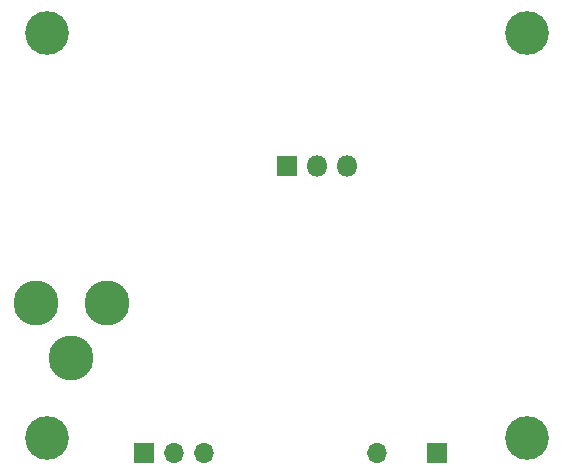
<source format=gbs>
G04 #@! TF.FileFunction,Soldermask,Bot*
%FSLAX46Y46*%
G04 Gerber Fmt 4.6, Leading zero omitted, Abs format (unit mm)*
G04 Created by KiCad (PCBNEW 4.0.6) date 05/06/17 21:56:08*
%MOMM*%
%LPD*%
G01*
G04 APERTURE LIST*
%ADD10C,0.100000*%
%ADD11R,1.700000X1.700000*%
%ADD12O,1.700000X1.700000*%
%ADD13R,1.800000X1.800000*%
%ADD14O,1.800000X1.800000*%
%ADD15C,3.700000*%
%ADD16C,3.810000*%
G04 APERTURE END LIST*
D10*
D11*
X82550000Y-66040000D03*
D12*
X77470000Y-66040000D03*
D13*
X69850000Y-41783000D03*
D14*
X72390000Y-41783000D03*
X74930000Y-41783000D03*
D15*
X49530000Y-30480000D03*
D11*
X57785000Y-66040000D03*
D12*
X60325000Y-66040000D03*
X62865000Y-66040000D03*
D15*
X49530000Y-64770000D03*
X90170000Y-64770000D03*
X90170000Y-30480000D03*
D16*
X48610000Y-53340000D03*
X54610000Y-53340000D03*
X51610000Y-58040000D03*
M02*

</source>
